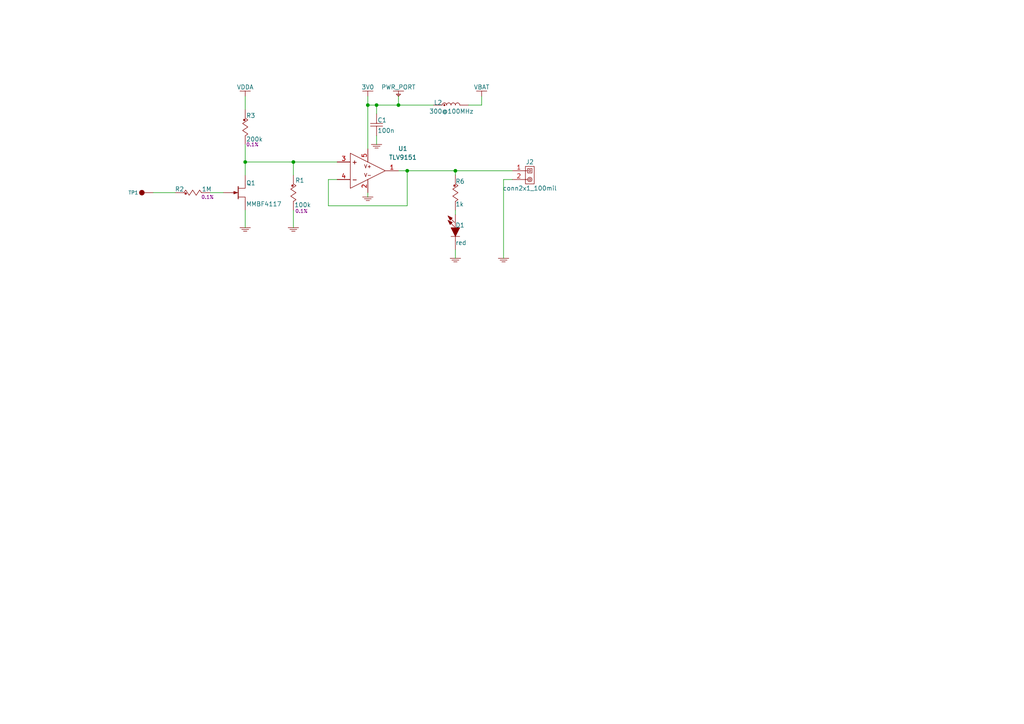
<source format=kicad_sch>
(kicad_sch (version 20250114) (generator "eeschema") (generator_version "9.0")
  (paper "A4")
  (title_block (title "ESMonX") (date "2025-03-22") (rev "A") (company "Sesa Design Inc"))
  (lib_symbols
    (symbol "cap_0603:100n" (pin_numbers (hide yes)) (pin_names (offset 1.016) (hide yes))
      (property "Reference" "C" (at 0.254 3.81 0))
      (property "Value" "100n" (at 0.254 0.762 0))
      (symbol "100n_0_1"
        (polyline (pts (xy -1.778 3.556) (xy 1.778 3.556)))
        (polyline (pts (xy 0 3.556) (xy 0 3.81)))
        (polyline (pts (xy 0 2.54) (xy 0 2.794)))
        (polyline (pts (xy 1.778 2.794) (xy -1.778 2.794)))
      )
      (symbol "100n_1_1"
        (pin passive line (at 0 6.35 270) (length 2.54) (name "2") (number "2"))
        (pin passive line (at 0 0 90) (length 2.54) (name "1") (number "1"))
      )
    )
    (symbol "res_0603:100k_01%" (pin_numbers (hide yes)) (pin_names (offset 1.016) (hide yes))
      (property "Reference" "R" (at 2.54 0 0))
      (property "Value" "100k" (at 7.62 0 0))
      (property "Tolerance" "0.1%" (at 7.62 -1.27 0))
      (symbol "100k_01%_0_1"
        (polyline (pts (xy 2.54 0) (xy 3.048 0.762) (xy 4.064 -0.762) (xy 5.08 0.762) (xy 6.096 -0.762) (xy 7.112 0.762) (xy 7.62 0)))
        (circle (center 3.048 -0.254) (radius 0.254) (fill (type outline)))
      )
      (symbol "100k_01%_1_1"
        (pin passive line (at 0 0 0) (length 2.54) (name "1") (number "1"))
        (pin passive line (at 10.16 0 180) (length 2.54) (name "2") (number "2"))
      )
    )
    (symbol "res_0603:1M_01%" (pin_numbers (hide yes)) (pin_names (offset 1.016) (hide yes))
      (property "Reference" "R" (at 2.54 0 0))
      (property "Value" "1M" (at 7.62 0 0))
      (property "Tolerance" "0.1%" (at 7.62 -1.27 0))
      (symbol "1M_01%_0_1"
        (polyline (pts (xy 2.54 0) (xy 3.048 0.762) (xy 4.064 -0.762) (xy 5.08 0.762) (xy 6.096 -0.762) (xy 7.112 0.762) (xy 7.62 0)))
        (circle (center 3.048 -0.254) (radius 0.254) (fill (type outline)))
      )
      (symbol "1M_01%_1_1"
        (pin passive line (at 0 0 0) (length 2.54) (name "1") (number "1"))
        (pin passive line (at 10.16 0 180) (length 2.54) (name "2") (number "2"))
      )
    )
    (symbol "res_0603:1k" (pin_numbers (hide yes)) (pin_names (offset 1.016) (hide yes))
      (property "Reference" "R" (at 2.54 0 0))
      (property "Value" "1k" (at 7.62 0 0))
      (symbol "1k_0_1"
        (polyline (pts (xy 2.54 0) (xy 3.048 0.762) (xy 4.064 -0.762) (xy 5.08 0.762) (xy 6.096 -0.762) (xy 7.112 0.762) (xy 7.62 0)))
        (circle (center 3.048 -0.254) (radius 0.254) (fill (type outline)))
      )
      (symbol "1k_1_1"
        (pin passive line (at 0 0 0) (length 2.54) (name "1") (number "1"))
        (pin passive line (at 10.16 0 180) (length 2.54) (name "2") (number "2"))
      )
    )
    (symbol "res_0603:200k_01%" (pin_numbers (hide yes)) (pin_names (offset 1.016) (hide yes))
      (property "Reference" "R" (at 2.54 0 0))
      (property "Value" "200k" (at 7.62 0 0))
      (property "Tolerance" "0.1%" (at 7.62 -1.27 0))
      (symbol "200k_01%_0_1"
        (polyline (pts (xy 2.54 0) (xy 3.048 0.762) (xy 4.064 -0.762) (xy 5.08 0.762) (xy 6.096 -0.762) (xy 7.112 0.762) (xy 7.62 0)))
        (circle (center 3.048 -0.254) (radius 0.254) (fill (type outline)))
      )
      (symbol "200k_01%_1_1"
        (pin passive line (at 0 0 0) (length 2.54) (name "1") (number "1"))
        (pin passive line (at 10.16 0 180) (length 2.54) (name "2") (number "2"))
      )
    )
    (symbol "sesa_coil:fb_300_0603" (pin_numbers (hide yes)) (pin_names (offset 1.016) (hide yes))
      (property "Reference" "L" (at 2.54 0 0))
      (property "Value" "300@100MHz" (at 7.62 0 0))
      (symbol "fb_300_0603_0_1"
        (circle (center 3.1496 0) (radius 0.2032) (fill (type outline)))
        (arc (start 3.1823 0.6423) (mid 3.6292 0.4542) (end 3.8173 0.0073))
        (arc (start 2.54 0) (mid 2.728 0.447) (end 3.175 0.635))
        (arc (start 3.8027 0.0073) (mid 3.9908 0.4542) (end 4.4377 0.6423))
        (arc (start 4.4523 0.6423) (mid 4.8992 0.4542) (end 5.0873 0.0073))
        (arc (start 5.0727 0.0073) (mid 5.2608 0.4542) (end 5.7077 0.6423))
        (arc (start 5.7223 0.6423) (mid 6.1692 0.4542) (end 6.3573 0.0073))
        (arc (start 6.3427 0.0073) (mid 6.5308 0.4542) (end 6.9777 0.6423))
        (arc (start 6.9923 0.6423) (mid 7.4392 0.4542) (end 7.6273 0.0073))
      )
      (symbol "fb_300_0603_1_1"
        (pin passive line (at 0 0 0) (length 2.54) (name "1") (number "1"))
        (pin passive line (at 10.16 0 180) (length 2.54) (name "2") (number "2"))
      )
    )
    (symbol "sesa_conn:conn2x1_100mil" (pin_names (hide yes))
      (property "Reference" "J" (at 1.27 6.35 0))
      (property "Value" "conn2x1_100mil" (at 1.27 -1.27 0))
      (symbol "conn2x1_100mil_0_1"
        (rectangle (start 0 5.08) (end 2.54 0))
        (polyline (pts (xy 0 3.81) (xy 0.635 3.81) (xy 0.635 4.445) (xy 1.905 4.445) (xy 1.905 3.175) (xy 0.635 3.175) (xy 0.635 3.81)))
        (polyline (pts (xy 0 1.27) (xy 0.635 1.27)))
        (circle (center 1.27 3.81) (radius 0.284))
        (circle (center 1.27 1.27) (radius 0.284))
        (circle (center 1.27 1.27) (radius 0.635))
      )
      (symbol "conn2x1_100mil_1_1"
        (pin passive line (at -3.81 3.81 0) (length 3.81) (name "1") (number "1"))
        (pin passive line (at -3.81 1.27 0) (length 3.81) (name "2") (number "2"))
      )
    )
    (symbol "sesa_device:tp_smt" (pin_numbers (hide yes)) (pin_names (offset 0) (hide yes))
      (property "Reference" "TP" (at 1.778 0 0))
      (symbol "tp_smt_0_1"
        (circle (center 0.762 0) (radius 0.7112) (fill (type outline)))
      )
      (symbol "tp_smt_1_1"
        (pin passive line (at -2.54 0 0) (length 2.54) (name "1") (number "1"))
      )
    )
    (symbol "sesa_ic_analog:TLV9151" (pin_names (hide yes))
      (property "Reference" "U" (at 5.588 8.128 0))
      (property "Value" "TLV9151" (at 5.334 0.508 0))
      (symbol "TLV9151_0_0"
        (text "+" (at 1.27 7.62 0) (effects (font (size 1.27 1.27))))
        (text "+" (at 1.27 7.62 0) (effects (font (size 1.27 1.27))))
        (text "-" (at 1.27 2.54 0) (effects (font (size 1.27 1.27))))
        (text "-" (at 1.27 2.54 0) (effects (font (size 1.27 1.27))))
      )
      (symbol "TLV9151_1_1"
        (polyline (pts (xy 0 10.16) (xy 0 0) (xy 10.16 5.08) (xy 0 10.16)))
        (text "V+" (at 5.08 6.35 0) (effects (font (size 1 1))))
        (text "V-" (at 5.08 3.81 0) (effects (font (size 1 1))))
        (pin input line (at -3.81 7.62 0) (length 3.81) (name "INA+") (number "3"))
        (pin input line (at -3.81 2.54 0) (length 3.81) (name "INA-") (number "4"))
        (pin power_in line (at 5.08 11.43 270) (length 3.81) (name "V+") (number "5"))
        (pin power_in line (at 5.08 -1.27 90) (length 3.81) (name "V-") (number "2"))
        (pin output line (at 13.97 5.08 180) (length 3.81) (name "OUTA") (number "1"))
      )
    )
    (symbol "sesa_optics:led_red_0603" (pin_numbers (hide yes)) (pin_names (offset 0) (hide yes))
      (property "Reference" "D" (at 0 1.27 0))
      (property "Value" "red" (at 0 -3.81 0))
      (symbol "led_red_0603_0_1"
        (polyline (pts (xy -0.254 2.794) (xy -1.524 4.064) (xy -2.159 4.699) (xy -0.889 4.064) (xy -1.524 3.429) (xy -2.159 4.699)) (fill (type outline)))
        (polyline (pts (xy -0.254 1.524) (xy -1.524 2.794) (xy -2.159 3.429) (xy -0.889 2.794) (xy -1.524 2.159) (xy -2.159 3.429)) (fill (type outline)))
        (polyline (pts (xy 0 2.54) (xy 0 -2.54)))
        (polyline (pts (xy 1.27 1.27) (xy 0 -1.27) (xy -1.27 1.27) (xy 1.27 1.27)) (fill (type outline)))
        (polyline (pts (xy 1.27 -1.27) (xy -1.27 -1.27)))
      )
      (symbol "led_red_0603_1_1"
        (pin passive line (at 0 5.08 270) (length 2.54) (name "A") (number "2"))
        (pin passive line (at 0 -5.08 90) (length 2.54) (name "K") (number "1"))
      )
    )
    (symbol "sesa_power:3V0" (power) (pin_numbers (hide yes)) (pin_names (offset 0) (hide yes))
      (property "Value" "3V0" (at 0 2.667 0))
      (symbol "3V0_0_1"
        (polyline (pts (xy 0 1.524) (xy 0 0)))
        (polyline (pts (xy 1.524 1.524) (xy -1.524 1.524)))
      )
      (symbol "3V0_1_1"
        (pin power_in line (at 0 0 90) (length 0) (hide yes) (name "3V0") (number "1"))
      )
    )
    (symbol "sesa_power:GND" (power) (pin_numbers (hide yes)) (pin_names (offset 0) (hide yes))
      (symbol "GND_0_1"
        (polyline (pts (xy 0.508 -1.016) (xy -0.508 -1.016)))
        (polyline (pts (xy 1.016 -0.508) (xy -1.016 -0.508)))
        (polyline (pts (xy 1.524 0) (xy -1.524 0)))
      )
      (symbol "GND_1_1"
        (pin power_in line (at 0 0 90) (length 0) (hide yes) (name "GND") (number "1"))
      )
    )
    (symbol "sesa_power:PWR_PORT" (power) (pin_names (offset 0))
      (property "Value" "PWR_PORT" (at 0 2.667 0))
      (symbol "PWR_PORT_0_0"
        (pin power_out line (at 0 0 90) (length 0) (hide yes) (name "PWR") (number "1"))
      )
      (symbol "PWR_PORT_0_1"
        (polyline (pts (xy -0.635 0.635) (xy 0.635 0.635) (xy 0 0) (xy -0.635 0.635)))
        (polyline (pts (xy 0 1.524) (xy 0 0)))
        (polyline (pts (xy 1.524 1.524) (xy -1.524 1.524)))
      )
    )
    (symbol "sesa_power:VBAT" (power) (pin_names (offset 0))
      (property "Value" "VBAT" (at 0 2.667 0))
      (symbol "VBAT_0_0"
        (pin power_in line (at 0 0 90) (length 0) (hide yes) (name "VBAT") (number "1"))
      )
      (symbol "VBAT_0_1"
        (polyline (pts (xy 0 1.524) (xy 0 0)))
        (polyline (pts (xy 1.524 1.524) (xy -1.524 1.524)))
      )
    )
    (symbol "sesa_power:VDDA" (power) (pin_names (offset 0))
      (property "Value" "VDDA" (at 0 2.667 0))
      (symbol "VDDA_0_0"
        (pin power_in line (at 0 0 90) (length 0) (hide yes) (name "VDDA") (number "1"))
      )
      (symbol "VDDA_0_1"
        (polyline (pts (xy 0 1.524) (xy 0 0)))
        (polyline (pts (xy 1.524 1.524) (xy -1.524 1.524)))
      )
    )
    (symbol "sesa_transistor:MMBF4117" (pin_numbers (hide yes)) (pin_names (offset 0) (hide yes))
      (property "Reference" "Q" (at 2.794 2.032 0))
      (property "Value" "MMBF4117" (at 2.794 -2.794 0))
      (symbol "MMBF4117_0_1"
        (polyline (pts (xy -1.27 0) (xy 0.508 0)))
        (polyline (pts (xy 0.254 0) (xy -0.762 0.381) (xy -0.762 -0.381) (xy 0.254 0)) (fill (type outline)))
        (polyline (pts (xy 0.508 1.778) (xy 0.508 -1.778) (xy 0.508 -1.778)) (stroke (width 0.254)))
        (polyline (pts (xy 2.54 2.54) (xy 2.54 1.27) (xy 0.508 1.27)))
        (polyline (pts (xy 2.54 -2.54) (xy 2.54 -1.27) (xy 0.508 -1.27)))
      )
      (symbol "MMBF4117_1_1"
        (pin input line (at -3.81 0 0) (length 2.54) (name "G") (number "3"))
        (pin passive line (at 2.54 5.08 270) (length 2.54) (name "D") (number "2"))
        (pin passive line (at 2.54 -5.08 90) (length 2.54) (name "S") (number "1"))
      )
    )
  )
  (junction (at 85.09 46.99))
  (junction (at 106.68 30.48))
  (junction (at 115.57 30.48))
  (junction (at 71.12 46.99))
  (junction (at 109.22 30.48))
  (junction (at 132.08 49.53))
  (junction (at 118.11 49.53))
  (wire (pts (xy 115.57 30.48) (xy 125.73 30.48)))
  (wire (pts (xy 135.89 30.48) (xy 139.7 30.48)))
  (wire (pts (xy 109.22 30.48) (xy 115.57 30.48)))
  (wire (pts (xy 97.79 46.99) (xy 85.09 46.99)))
  (wire (pts (xy 85.09 46.99) (xy 85.09 50.8)))
  (wire (pts (xy 60.96 55.88) (xy 64.77 55.88)))
  (wire (pts (xy 115.57 27.94) (xy 115.57 30.48)))
  (wire (pts (xy 132.08 62.23) (xy 132.08 60.96)))
  (wire (pts (xy 71.12 66.04) (xy 71.12 60.96)))
  (wire (pts (xy 71.12 46.99) (xy 71.12 50.8)))
  (wire (pts (xy 95.25 59.69) (xy 118.11 59.69)))
  (wire (pts (xy 71.12 27.94) (xy 71.12 31.75)))
  (wire (pts (xy 85.09 60.96) (xy 85.09 66.04)))
  (wire (pts (xy 139.7 30.48) (xy 139.7 27.94)))
  (wire (pts (xy 118.11 59.69) (xy 118.11 49.53)))
  (wire (pts (xy 146.05 52.07) (xy 146.05 74.93)))
  (wire (pts (xy 132.08 74.93) (xy 132.08 72.39)))
  (wire (pts (xy 97.79 52.07) (xy 95.25 52.07)))
  (wire (pts (xy 95.25 52.07) (xy 95.25 59.69)))
  (wire (pts (xy 106.68 30.48) (xy 106.68 43.18)))
  (wire (pts (xy 132.08 49.53) (xy 148.59 49.53)))
  (wire (pts (xy 118.11 49.53) (xy 115.57 49.53)))
  (wire (pts (xy 109.22 41.91) (xy 109.22 39.37)))
  (wire (pts (xy 106.68 27.94) (xy 106.68 30.48)))
  (wire (pts (xy 106.68 30.48) (xy 109.22 30.48)))
  (wire (pts (xy 71.12 41.91) (xy 71.12 46.99)))
  (wire (pts (xy 118.11 49.53) (xy 132.08 49.53)))
  (wire (pts (xy 148.59 52.07) (xy 146.05 52.07)))
  (wire (pts (xy 109.22 33.02) (xy 109.22 30.48)))
  (wire (pts (xy 132.08 49.53) (xy 132.08 50.8)))
  (wire (pts (xy 85.09 46.99) (xy 71.12 46.99)))
  (wire (pts (xy 106.68 55.88) (xy 106.68 57.15)))
  (wire (pts (xy 44.45 55.88) (xy 50.8 55.88)))
  (symbol (lib_id "sesa_power:VBAT") (at 139.7 27.94 0) (unit 1)
    (property "Reference" "#PWR014" (effects (hide yes)))
    (property "Value" "VBAT" (at 139.7 25.273 0))
  )
  (symbol (lib_id "sesa_power:GND") (at 85.09 66.04 0) (unit 1)
    (property "Reference" "#PWR03" (effects (hide yes)))
    (property "Value" "GND" (effects (hide yes)))
  )
  (symbol (lib_id "sesa_power:GND") (at 106.68 57.15 0) (unit 1)
    (property "Reference" "#PWR01" (effects (hide yes)))
    (property "Value" "GND" (effects (hide yes)))
  )
  (symbol (lib_id "sesa_power:VDDA") (at 71.12 27.94 0) (unit 1)
    (property "Reference" "#PWR016" (effects (hide yes)))
    (property "Value" "VDDA" (at 71.12 25.273 0))
  )
  (symbol (lib_id "sesa_conn:conn2x1_100mil") (at 152.4 53.34 0) (unit 1) (in_bom no)
    (property "Reference" "J2" (at 153.67 46.99 0))
    (property "Value" "conn2x1_100mil" (at 153.67 54.61 0))
    (property "Footprint" "Connector_PinHeader_2.54mm:PinHeader_1x02_P2.54mm_Vertical" (effects (hide yes)))
  )
  (symbol (lib_id "res_0603:1M_01%") (at 50.8 55.88 0) (unit 1)
    (property "Reference" "R2" (at 52.07 54.864 0))
    (property "Value" "1M" (at 59.944 54.864 0))
    (property "Footprint" "Resistor_SMD:R_0603_1608Metric" (effects (hide yes)))
    (property "Datasheet" "https://www.yageo.com/upload/media/product/productsearch/datasheet/rchip/PYu-RT_1-to-0.01_RoHS_L_15.pdf" (effects (hide yes)))
    (property "Description" "resistor, 0603, 100 mW, 0.1%, 25 PPM/C" (effects (hide yes)))
    (property "Tolerance" "0.1%" (at 60.198 57.15 0) (effects (font (size 1 1))))
    (property "MFG PN" "RT0603BRD071ML" (effects (hide yes)))
    (property "MFG NAME" "YAGEO" (effects (hide yes)))
  )
  (symbol (lib_id "sesa_power:GND") (at 146.05 74.93 0) (unit 1)
    (property "Reference" "#PWR015" (effects (hide yes)))
    (property "Value" "GND" (effects (hide yes)))
  )
  (symbol (lib_id "sesa_transistor:MMBF4117") (at 68.58 55.88 0) (unit 1)
    (property "Reference" "Q1" (at 71.374 53.086 0) (effects (justify left)))
    (property "Value" "MMBF4117" (at 71.374 59.182 0) (effects (justify left)))
    (property "Footprint" "sesa_sotd:SOT-23-3" (effects (hide yes)))
    (property "Datasheet" "https://www.onsemi.com/download/data-sheet/pdf/mmbf4117-d.pdf" (effects (hide yes)))
    (property "Description" "N-JFET transistor, source/drain/gate" (effects (hide yes)))
    (property "MFG PN" "MMBF4117" (effects (hide yes)))
    (property "MFG NAME" "Onsemi" (effects (hide yes)))
  )
  (symbol (lib_id "cap_0603:100n") (at 109.22 39.37 0) (unit 1)
    (property "Reference" "C1" (at 109.474 35.56 0) (effects (justify left bottom)))
    (property "Value" "100n" (at 109.474 38.608 0) (effects (justify left bottom)))
    (property "Footprint" "Capacitor_SMD:C_0603_1608Metric" (effects (hide yes)))
    (property "Datasheet" "https://www.samsungsem.com/resources/file/global/support/product_catalog/MLCC.pdf" (effects (hide yes)))
    (property "Description" "non polar capacitor, 0603 case" (effects (hide yes)))
    (property "Voltage" "50V" (effects (hide yes)))
    (property "MFG PN" "CL10B104JB8NNNC" (effects (hide yes)))
  )
  (symbol (lib_id "sesa_power:PWR_PORT") (at 115.57 27.94 0) (unit 1)
    (property "Reference" "#PWR017" (effects (hide yes)))
    (property "Value" "PWR_PORT" (at 115.57 25.273 0))
  )
  (symbol (lib_id "sesa_optics:led_red_0603") (at 132.08 67.31 0) (unit 1)
    (property "Reference" "D1" (at 132.08 66.04 0) (effects (justify left bottom)))
    (property "Value" "red" (at 132.08 71.12 0) (effects (justify left bottom)))
    (property "Footprint" "LED_SMD:LED_0603_1608Metric" (effects (hide yes)))
    (property "Datasheet" "https://www.we-online.com/catalog/datasheet/150060RS55040.pdf" (effects (hide yes)))
    (property "Description" "Led smd 0603, red" (effects (hide yes)))
    (property "MFG PN" "150060RS55040" (effects (hide yes)))
  )
  (symbol (lib_id "res_0603:200k_01%") (at 71.12 31.75 270) (unit 1)
    (property "Reference" "R3" (at 71.374 33.528 90) (effects (justify left)))
    (property "Value" "200k" (at 71.374 40.386 90) (effects (justify left)))
    (property "Footprint" "Resistor_SMD:R_0603_1608Metric" (effects (hide yes)))
    (property "Datasheet" "https://www.yageo.com/upload/media/product/productsearch/datasheet/rchip/PYu-RE_105_RoHS_L_7.pdf" (effects (hide yes)))
    (property "Description" "resistor, 0603, 100 mW, 0.1%, 50 PPM/C" (effects (hide yes)))
    (property "Tolerance" "0.1%" (at 71.374 41.91 90) (effects (font (size 1 1)) (justify left)))
    (property "MFG PN" "RE0603BRE07200KL" (effects (hide yes)))
    (property "MFG NAME" "YAGEO" (effects (hide yes)))
  )
  (symbol (lib_id "sesa_coil:fb_300_0603") (at 125.73 30.48 0) (unit 1)
    (property "Reference" "L2" (at 128.27 30.48 0) (effects (justify right bottom)))
    (property "Value" "300@100MHz" (at 124.46 33.02 0) (effects (justify left bottom)))
    (property "Footprint" "Inductor_SMD:L_0603_1608Metric" (effects (hide yes)))
    (property "Datasheet" "https://www.mouser.ca/datasheet/2/447/SB_PB_UP_NB_GB-1074607.pdf" (effects (hide yes)))
    (property "Description" "Inductor" (effects (hide yes)))
    (property "Current" "1A" (effects (hide yes)))
    (property "MFG PN" "PBY160808T-301Y-N" (effects (hide yes)))
  )
  (symbol (lib_id "sesa_ic_analog:TLV9151") (at 101.6 54.61 0) (unit 1)
    (property "Reference" "U1" (at 116.84 43.1098 0))
    (property "Value" "TLV9151" (at 116.84 45.6498 0))
    (property "Footprint" "sesa_sotd:SOT-23-5" (effects (hide yes)))
    (property "Datasheet" "https://www.ti.com/lit/ds/symlink/tlv9151.pdf" (effects (hide yes)))
    (property "Description" "Op Amps Single 16-V 4.5-MHz, 10pA bias,125uV offset" (effects (hide yes)))
    (property "MFG PN" "TLV9151IDBVR" (effects (hide yes)))
    (property "MFG NAME" "Texas Instruments" (effects (hide yes)))
  )
  (symbol (lib_id "sesa_power:GND") (at 109.22 41.91 0) (unit 1)
    (property "Reference" "#PWR04" (effects (hide yes)))
    (property "Value" "GND" (effects (hide yes)))
  )
  (symbol (lib_id "sesa_power:GND") (at 71.12 66.04 0) (unit 1)
    (property "Reference" "#PWR02" (effects (hide yes)))
    (property "Value" "GND" (effects (hide yes)))
  )
  (symbol (lib_id "sesa_power:GND") (at 132.08 74.93 0) (unit 1)
    (property "Reference" "#PWR019" (effects (hide yes)))
    (property "Value" "GND" (effects (hide yes)))
  )
  (symbol (lib_id "sesa_device:tp_smt") (at 41.91 55.88 0) (mirror y) (unit 1) (in_bom no)
    (property "Reference" "TP1" (at 40.132 55.88 0) (effects (font (size 1.016 1.016)) (justify left)))
    (property "Value" "tp_smt" (effects (hide yes)))
    (property "Footprint" "TestPoint:TestPoint_Pad_D1.0mm" (effects (hide yes)))
    (property "Description" "test point smt 1mm" (effects (hide yes)))
  )
  (symbol (lib_id "sesa_power:3V0") (at 106.68 27.94 0) (unit 1)
    (property "Reference" "#PWR05" (effects (hide yes)))
    (property "Value" "3V0" (at 106.68 25.273 0))
  )
  (symbol (lib_id "res_0603:1k") (at 132.08 50.8 270) (unit 1)
    (property "Reference" "R6" (at 132.08 53.34 90) (effects (justify left bottom)))
    (property "Value" "1k" (at 132.08 59.944 90) (effects (justify left bottom)))
    (property "Footprint" "Resistor_SMD:R_0603_1608Metric" (effects (hide yes)))
    (property "Datasheet" "https://www.bourns.com/data/global/pdfs/CR.pdf" (effects (hide yes)))
    (property "Description" "resistor, 0603, 100 mW" (effects (hide yes)))
    (property "Tolerance" "1%" (effects (hide yes)))
    (property "MFG PN" "CR0603-FX-1001ELF" (effects (hide yes)))
    (property "MFG NAME" "Bourns" (effects (hide yes)))
  )
  (symbol (lib_id "res_0603:100k_01%") (at 85.09 50.8 270) (unit 1)
    (property "Reference" "R1" (at 85.598 52.324 90) (effects (justify left)))
    (property "Value" "100k" (at 85.344 59.436 90) (effects (justify left)))
    (property "Footprint" "Resistor_SMD:R_0603_1608Metric" (effects (hide yes)))
    (property "Datasheet" "https://industrial.panasonic.com/cdbs/www-data/pdf/RDM0000/AOA0000C328.pdf" (effects (hide yes)))
    (property "Description" "resistor, 0603, 100 mW, 0.1%, 25 PPM/C" (effects (hide yes)))
    (property "Tolerance" "0.1%" (at 85.598 61.214 90) (effects (font (size 1 1)) (justify left)))
    (property "MFG PN" "ERA-3VEB1003V" (effects (hide yes)))
    (property "MFG NAME" "Panasonic" (effects (hide yes)))
  )
)
</source>
